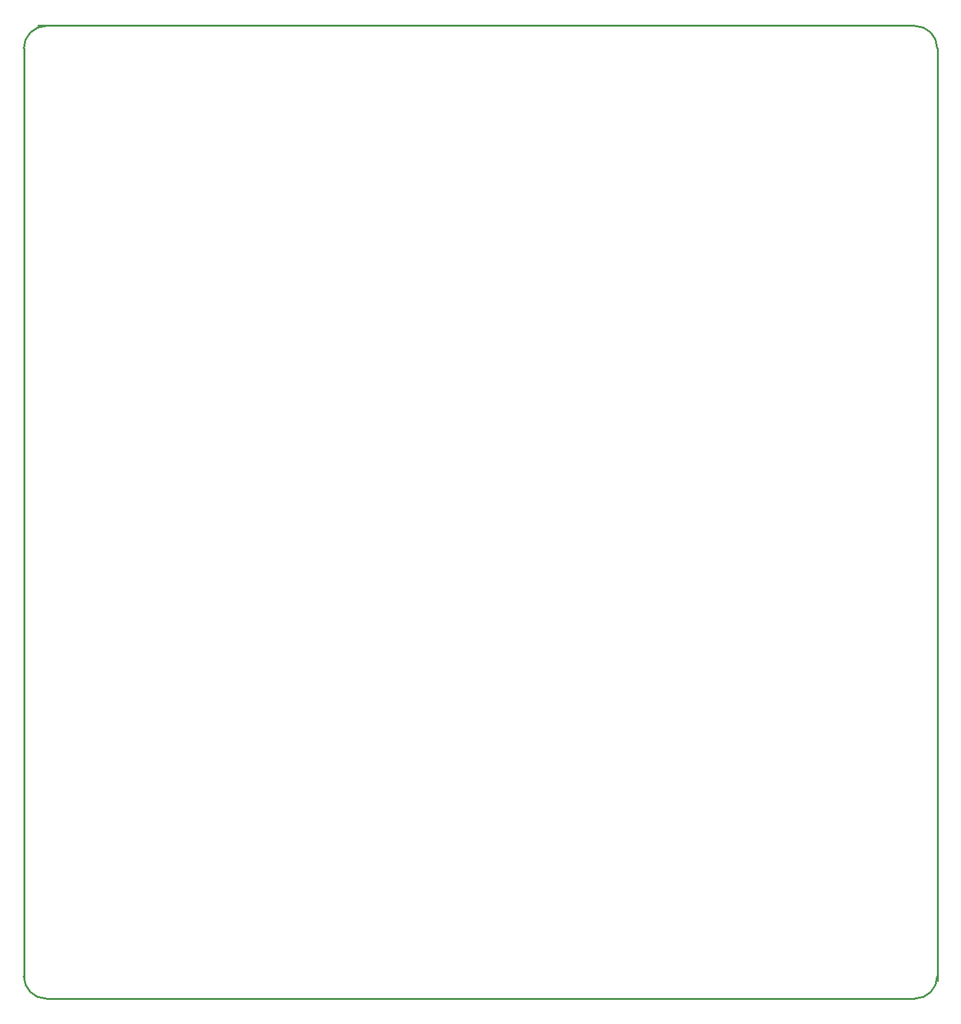
<source format=gm1>
%FSLAX25Y25*%
%MOIN*%
G70*
G01*
G75*
G04 Layer_Color=16711935*
%ADD10C,0.01000*%
G54D10*
X0Y11811D02*
G03*
X11811Y0I11811J0D01*
G01*
Y511417D02*
G03*
X0Y499606I0J-11811D01*
G01*
X480315D02*
G03*
X468504Y511417I-11811J0D01*
G01*
Y0D02*
G03*
X480315Y11811I0J11811D01*
G01*
X7480Y511811D02*
X468110D01*
X480315Y9449D02*
Y499606D01*
X11811Y0D02*
X468504D01*
X0Y10630D02*
Y499606D01*
Y11811D02*
G03*
X11811Y0I11811J0D01*
G01*
Y511417D02*
G03*
X0Y499606I0J-11811D01*
G01*
X480315D02*
G03*
X468504Y511417I-11811J0D01*
G01*
Y0D02*
G03*
X480315Y11811I0J11811D01*
G01*
X7480Y511811D02*
X468110D01*
X480315Y9449D02*
Y499606D01*
X11811Y0D02*
X468504D01*
X0Y10630D02*
Y499606D01*
M02*

</source>
